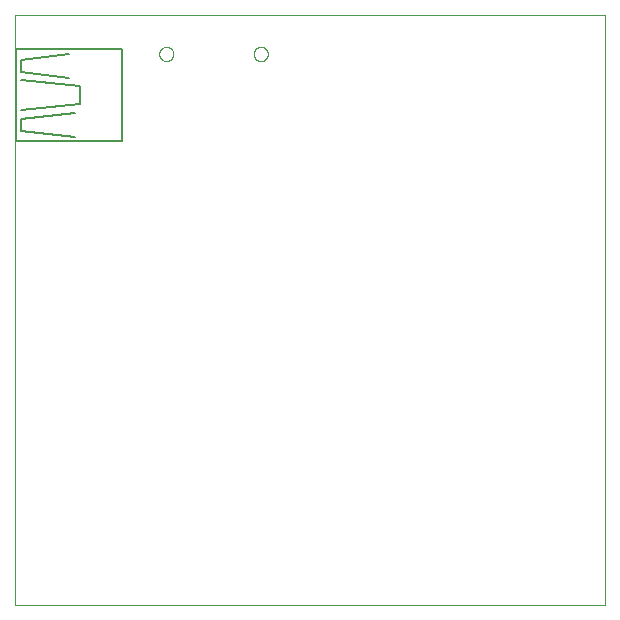
<source format=gbo>
G75*
%MOIN*%
%OFA0B0*%
%FSLAX25Y25*%
%IPPOS*%
%LPD*%
%AMOC8*
5,1,8,0,0,1.08239X$1,22.5*
%
%ADD10C,0.00000*%
%ADD11C,0.00500*%
D10*
X0001800Y0001800D02*
X0001800Y0198650D01*
X0198650Y0198650D01*
X0198650Y0001800D01*
X0001800Y0001800D01*
X0049940Y0185550D02*
X0049942Y0185647D01*
X0049948Y0185744D01*
X0049958Y0185840D01*
X0049972Y0185936D01*
X0049990Y0186032D01*
X0050011Y0186126D01*
X0050037Y0186220D01*
X0050066Y0186312D01*
X0050100Y0186403D01*
X0050136Y0186493D01*
X0050177Y0186581D01*
X0050221Y0186667D01*
X0050269Y0186752D01*
X0050320Y0186834D01*
X0050374Y0186915D01*
X0050432Y0186993D01*
X0050493Y0187068D01*
X0050556Y0187141D01*
X0050623Y0187212D01*
X0050693Y0187279D01*
X0050765Y0187344D01*
X0050840Y0187405D01*
X0050918Y0187464D01*
X0050997Y0187519D01*
X0051079Y0187571D01*
X0051163Y0187619D01*
X0051249Y0187664D01*
X0051337Y0187706D01*
X0051426Y0187744D01*
X0051517Y0187778D01*
X0051609Y0187808D01*
X0051702Y0187835D01*
X0051797Y0187857D01*
X0051892Y0187876D01*
X0051988Y0187891D01*
X0052084Y0187902D01*
X0052181Y0187909D01*
X0052278Y0187912D01*
X0052375Y0187911D01*
X0052472Y0187906D01*
X0052568Y0187897D01*
X0052664Y0187884D01*
X0052760Y0187867D01*
X0052855Y0187846D01*
X0052948Y0187822D01*
X0053041Y0187793D01*
X0053133Y0187761D01*
X0053223Y0187725D01*
X0053311Y0187686D01*
X0053398Y0187642D01*
X0053483Y0187596D01*
X0053566Y0187545D01*
X0053647Y0187492D01*
X0053725Y0187435D01*
X0053802Y0187375D01*
X0053875Y0187312D01*
X0053946Y0187246D01*
X0054014Y0187177D01*
X0054080Y0187105D01*
X0054142Y0187031D01*
X0054201Y0186954D01*
X0054257Y0186875D01*
X0054310Y0186793D01*
X0054360Y0186710D01*
X0054405Y0186624D01*
X0054448Y0186537D01*
X0054487Y0186448D01*
X0054522Y0186358D01*
X0054553Y0186266D01*
X0054580Y0186173D01*
X0054604Y0186079D01*
X0054624Y0185984D01*
X0054640Y0185888D01*
X0054652Y0185792D01*
X0054660Y0185695D01*
X0054664Y0185598D01*
X0054664Y0185502D01*
X0054660Y0185405D01*
X0054652Y0185308D01*
X0054640Y0185212D01*
X0054624Y0185116D01*
X0054604Y0185021D01*
X0054580Y0184927D01*
X0054553Y0184834D01*
X0054522Y0184742D01*
X0054487Y0184652D01*
X0054448Y0184563D01*
X0054405Y0184476D01*
X0054360Y0184390D01*
X0054310Y0184307D01*
X0054257Y0184225D01*
X0054201Y0184146D01*
X0054142Y0184069D01*
X0054080Y0183995D01*
X0054014Y0183923D01*
X0053946Y0183854D01*
X0053875Y0183788D01*
X0053802Y0183725D01*
X0053725Y0183665D01*
X0053647Y0183608D01*
X0053566Y0183555D01*
X0053483Y0183504D01*
X0053398Y0183458D01*
X0053311Y0183414D01*
X0053223Y0183375D01*
X0053133Y0183339D01*
X0053041Y0183307D01*
X0052948Y0183278D01*
X0052855Y0183254D01*
X0052760Y0183233D01*
X0052664Y0183216D01*
X0052568Y0183203D01*
X0052472Y0183194D01*
X0052375Y0183189D01*
X0052278Y0183188D01*
X0052181Y0183191D01*
X0052084Y0183198D01*
X0051988Y0183209D01*
X0051892Y0183224D01*
X0051797Y0183243D01*
X0051702Y0183265D01*
X0051609Y0183292D01*
X0051517Y0183322D01*
X0051426Y0183356D01*
X0051337Y0183394D01*
X0051249Y0183436D01*
X0051163Y0183481D01*
X0051079Y0183529D01*
X0050997Y0183581D01*
X0050918Y0183636D01*
X0050840Y0183695D01*
X0050765Y0183756D01*
X0050693Y0183821D01*
X0050623Y0183888D01*
X0050556Y0183959D01*
X0050493Y0184032D01*
X0050432Y0184107D01*
X0050374Y0184185D01*
X0050320Y0184266D01*
X0050269Y0184348D01*
X0050221Y0184433D01*
X0050177Y0184519D01*
X0050136Y0184607D01*
X0050100Y0184697D01*
X0050066Y0184788D01*
X0050037Y0184880D01*
X0050011Y0184974D01*
X0049990Y0185068D01*
X0049972Y0185164D01*
X0049958Y0185260D01*
X0049948Y0185356D01*
X0049942Y0185453D01*
X0049940Y0185550D01*
X0081436Y0185550D02*
X0081438Y0185647D01*
X0081444Y0185744D01*
X0081454Y0185840D01*
X0081468Y0185936D01*
X0081486Y0186032D01*
X0081507Y0186126D01*
X0081533Y0186220D01*
X0081562Y0186312D01*
X0081596Y0186403D01*
X0081632Y0186493D01*
X0081673Y0186581D01*
X0081717Y0186667D01*
X0081765Y0186752D01*
X0081816Y0186834D01*
X0081870Y0186915D01*
X0081928Y0186993D01*
X0081989Y0187068D01*
X0082052Y0187141D01*
X0082119Y0187212D01*
X0082189Y0187279D01*
X0082261Y0187344D01*
X0082336Y0187405D01*
X0082414Y0187464D01*
X0082493Y0187519D01*
X0082575Y0187571D01*
X0082659Y0187619D01*
X0082745Y0187664D01*
X0082833Y0187706D01*
X0082922Y0187744D01*
X0083013Y0187778D01*
X0083105Y0187808D01*
X0083198Y0187835D01*
X0083293Y0187857D01*
X0083388Y0187876D01*
X0083484Y0187891D01*
X0083580Y0187902D01*
X0083677Y0187909D01*
X0083774Y0187912D01*
X0083871Y0187911D01*
X0083968Y0187906D01*
X0084064Y0187897D01*
X0084160Y0187884D01*
X0084256Y0187867D01*
X0084351Y0187846D01*
X0084444Y0187822D01*
X0084537Y0187793D01*
X0084629Y0187761D01*
X0084719Y0187725D01*
X0084807Y0187686D01*
X0084894Y0187642D01*
X0084979Y0187596D01*
X0085062Y0187545D01*
X0085143Y0187492D01*
X0085221Y0187435D01*
X0085298Y0187375D01*
X0085371Y0187312D01*
X0085442Y0187246D01*
X0085510Y0187177D01*
X0085576Y0187105D01*
X0085638Y0187031D01*
X0085697Y0186954D01*
X0085753Y0186875D01*
X0085806Y0186793D01*
X0085856Y0186710D01*
X0085901Y0186624D01*
X0085944Y0186537D01*
X0085983Y0186448D01*
X0086018Y0186358D01*
X0086049Y0186266D01*
X0086076Y0186173D01*
X0086100Y0186079D01*
X0086120Y0185984D01*
X0086136Y0185888D01*
X0086148Y0185792D01*
X0086156Y0185695D01*
X0086160Y0185598D01*
X0086160Y0185502D01*
X0086156Y0185405D01*
X0086148Y0185308D01*
X0086136Y0185212D01*
X0086120Y0185116D01*
X0086100Y0185021D01*
X0086076Y0184927D01*
X0086049Y0184834D01*
X0086018Y0184742D01*
X0085983Y0184652D01*
X0085944Y0184563D01*
X0085901Y0184476D01*
X0085856Y0184390D01*
X0085806Y0184307D01*
X0085753Y0184225D01*
X0085697Y0184146D01*
X0085638Y0184069D01*
X0085576Y0183995D01*
X0085510Y0183923D01*
X0085442Y0183854D01*
X0085371Y0183788D01*
X0085298Y0183725D01*
X0085221Y0183665D01*
X0085143Y0183608D01*
X0085062Y0183555D01*
X0084979Y0183504D01*
X0084894Y0183458D01*
X0084807Y0183414D01*
X0084719Y0183375D01*
X0084629Y0183339D01*
X0084537Y0183307D01*
X0084444Y0183278D01*
X0084351Y0183254D01*
X0084256Y0183233D01*
X0084160Y0183216D01*
X0084064Y0183203D01*
X0083968Y0183194D01*
X0083871Y0183189D01*
X0083774Y0183188D01*
X0083677Y0183191D01*
X0083580Y0183198D01*
X0083484Y0183209D01*
X0083388Y0183224D01*
X0083293Y0183243D01*
X0083198Y0183265D01*
X0083105Y0183292D01*
X0083013Y0183322D01*
X0082922Y0183356D01*
X0082833Y0183394D01*
X0082745Y0183436D01*
X0082659Y0183481D01*
X0082575Y0183529D01*
X0082493Y0183581D01*
X0082414Y0183636D01*
X0082336Y0183695D01*
X0082261Y0183756D01*
X0082189Y0183821D01*
X0082119Y0183888D01*
X0082052Y0183959D01*
X0081989Y0184032D01*
X0081928Y0184107D01*
X0081870Y0184185D01*
X0081816Y0184266D01*
X0081765Y0184348D01*
X0081717Y0184433D01*
X0081673Y0184519D01*
X0081632Y0184607D01*
X0081596Y0184697D01*
X0081562Y0184788D01*
X0081533Y0184880D01*
X0081507Y0184974D01*
X0081486Y0185068D01*
X0081468Y0185164D01*
X0081454Y0185260D01*
X0081444Y0185356D01*
X0081438Y0185453D01*
X0081436Y0185550D01*
D11*
X0037469Y0187154D02*
X0037469Y0156446D01*
X0002036Y0156446D01*
X0002036Y0187154D01*
X0037469Y0187154D01*
X0023690Y0174753D02*
X0023690Y0168847D01*
X0004005Y0166879D01*
X0004005Y0163926D02*
X0021721Y0165894D01*
X0021721Y0158020D02*
X0004005Y0159989D01*
X0004005Y0163926D01*
X0004005Y0176721D02*
X0023690Y0174753D01*
X0019753Y0177706D02*
X0004005Y0179674D01*
X0004005Y0183611D01*
X0019753Y0185580D01*
M02*

</source>
